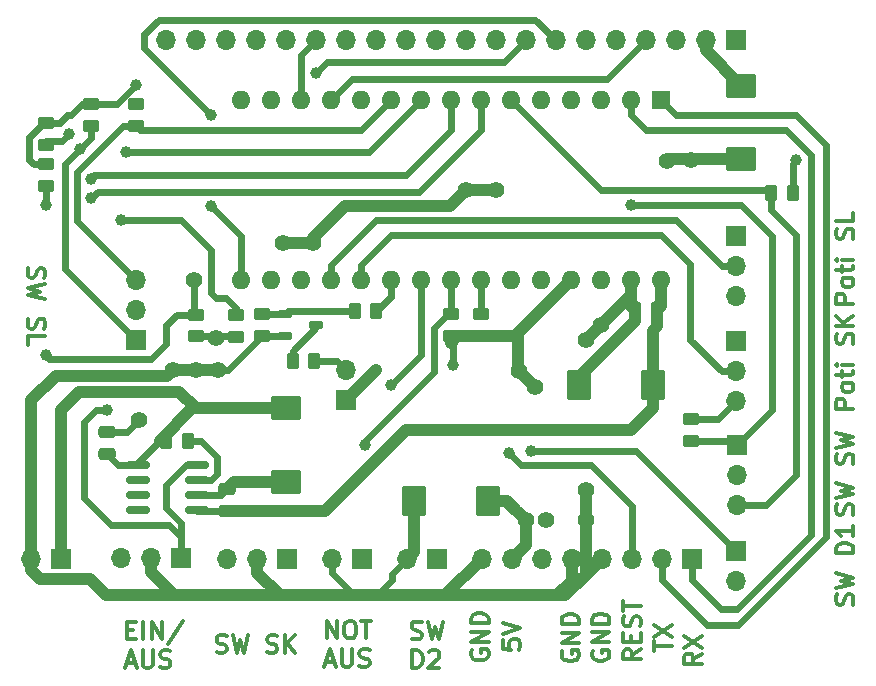
<source format=gbr>
%TF.GenerationSoftware,KiCad,Pcbnew,8.0.4*%
%TF.CreationDate,2025-01-29T09:39:19+01:00*%
%TF.ProjectId,DA_Sender,44415f53-656e-4646-9572-2e6b69636164,rev?*%
%TF.SameCoordinates,Original*%
%TF.FileFunction,Copper,L1,Top*%
%TF.FilePolarity,Positive*%
%FSLAX46Y46*%
G04 Gerber Fmt 4.6, Leading zero omitted, Abs format (unit mm)*
G04 Created by KiCad (PCBNEW 8.0.4) date 2025-01-29 09:39:19*
%MOMM*%
%LPD*%
G01*
G04 APERTURE LIST*
G04 Aperture macros list*
%AMRoundRect*
0 Rectangle with rounded corners*
0 $1 Rounding radius*
0 $2 $3 $4 $5 $6 $7 $8 $9 X,Y pos of 4 corners*
0 Add a 4 corners polygon primitive as box body*
4,1,4,$2,$3,$4,$5,$6,$7,$8,$9,$2,$3,0*
0 Add four circle primitives for the rounded corners*
1,1,$1+$1,$2,$3*
1,1,$1+$1,$4,$5*
1,1,$1+$1,$6,$7*
1,1,$1+$1,$8,$9*
0 Add four rect primitives between the rounded corners*
20,1,$1+$1,$2,$3,$4,$5,0*
20,1,$1+$1,$4,$5,$6,$7,0*
20,1,$1+$1,$6,$7,$8,$9,0*
20,1,$1+$1,$8,$9,$2,$3,0*%
G04 Aperture macros list end*
%ADD10C,0.300000*%
%TA.AperFunction,NonConductor*%
%ADD11C,0.300000*%
%TD*%
%TA.AperFunction,SMDPad,CuDef*%
%ADD12RoundRect,0.250000X0.450000X-0.262500X0.450000X0.262500X-0.450000X0.262500X-0.450000X-0.262500X0*%
%TD*%
%TA.AperFunction,SMDPad,CuDef*%
%ADD13RoundRect,0.250000X0.475000X-0.250000X0.475000X0.250000X-0.475000X0.250000X-0.475000X-0.250000X0*%
%TD*%
%TA.AperFunction,SMDPad,CuDef*%
%ADD14RoundRect,0.250000X0.787500X1.025000X-0.787500X1.025000X-0.787500X-1.025000X0.787500X-1.025000X0*%
%TD*%
%TA.AperFunction,SMDPad,CuDef*%
%ADD15RoundRect,0.250000X-0.450000X0.262500X-0.450000X-0.262500X0.450000X-0.262500X0.450000X0.262500X0*%
%TD*%
%TA.AperFunction,SMDPad,CuDef*%
%ADD16RoundRect,0.250000X-0.262500X-0.450000X0.262500X-0.450000X0.262500X0.450000X-0.262500X0.450000X0*%
%TD*%
%TA.AperFunction,ComponentPad*%
%ADD17R,1.700000X1.700000*%
%TD*%
%TA.AperFunction,ComponentPad*%
%ADD18O,1.700000X1.700000*%
%TD*%
%TA.AperFunction,ComponentPad*%
%ADD19R,1.600000X1.600000*%
%TD*%
%TA.AperFunction,ComponentPad*%
%ADD20O,1.600000X1.600000*%
%TD*%
%TA.AperFunction,SMDPad,CuDef*%
%ADD21RoundRect,0.162500X-0.447500X-0.162500X0.447500X-0.162500X0.447500X0.162500X-0.447500X0.162500X0*%
%TD*%
%TA.AperFunction,SMDPad,CuDef*%
%ADD22RoundRect,0.250000X-1.025000X0.787500X-1.025000X-0.787500X1.025000X-0.787500X1.025000X0.787500X0*%
%TD*%
%TA.AperFunction,SMDPad,CuDef*%
%ADD23RoundRect,0.250000X0.262500X0.450000X-0.262500X0.450000X-0.262500X-0.450000X0.262500X-0.450000X0*%
%TD*%
%TA.AperFunction,SMDPad,CuDef*%
%ADD24RoundRect,0.150000X0.825000X0.150000X-0.825000X0.150000X-0.825000X-0.150000X0.825000X-0.150000X0*%
%TD*%
%TA.AperFunction,SMDPad,CuDef*%
%ADD25RoundRect,0.250000X0.250000X0.475000X-0.250000X0.475000X-0.250000X-0.475000X0.250000X-0.475000X0*%
%TD*%
%TA.AperFunction,ViaPad*%
%ADD26C,1.000000*%
%TD*%
%TA.AperFunction,ViaPad*%
%ADD27C,1.400000*%
%TD*%
%TA.AperFunction,Conductor*%
%ADD28C,0.600000*%
%TD*%
%TA.AperFunction,Conductor*%
%ADD29C,1.000000*%
%TD*%
G04 APERTURE END LIST*
D10*
D11*
X114096161Y-90406393D02*
X114024732Y-90620679D01*
X114024732Y-90620679D02*
X114024732Y-90977821D01*
X114024732Y-90977821D02*
X114096161Y-91120679D01*
X114096161Y-91120679D02*
X114167589Y-91192107D01*
X114167589Y-91192107D02*
X114310446Y-91263536D01*
X114310446Y-91263536D02*
X114453303Y-91263536D01*
X114453303Y-91263536D02*
X114596161Y-91192107D01*
X114596161Y-91192107D02*
X114667589Y-91120679D01*
X114667589Y-91120679D02*
X114739018Y-90977821D01*
X114739018Y-90977821D02*
X114810446Y-90692107D01*
X114810446Y-90692107D02*
X114881875Y-90549250D01*
X114881875Y-90549250D02*
X114953303Y-90477821D01*
X114953303Y-90477821D02*
X115096161Y-90406393D01*
X115096161Y-90406393D02*
X115239018Y-90406393D01*
X115239018Y-90406393D02*
X115381875Y-90477821D01*
X115381875Y-90477821D02*
X115453303Y-90549250D01*
X115453303Y-90549250D02*
X115524732Y-90692107D01*
X115524732Y-90692107D02*
X115524732Y-91049250D01*
X115524732Y-91049250D02*
X115453303Y-91263536D01*
X115524732Y-91763535D02*
X114024732Y-92120678D01*
X114024732Y-92120678D02*
X115096161Y-92406392D01*
X115096161Y-92406392D02*
X114024732Y-92692107D01*
X114024732Y-92692107D02*
X115524732Y-93049250D01*
X114096161Y-94692107D02*
X114024732Y-94906393D01*
X114024732Y-94906393D02*
X114024732Y-95263535D01*
X114024732Y-95263535D02*
X114096161Y-95406393D01*
X114096161Y-95406393D02*
X114167589Y-95477821D01*
X114167589Y-95477821D02*
X114310446Y-95549250D01*
X114310446Y-95549250D02*
X114453303Y-95549250D01*
X114453303Y-95549250D02*
X114596161Y-95477821D01*
X114596161Y-95477821D02*
X114667589Y-95406393D01*
X114667589Y-95406393D02*
X114739018Y-95263535D01*
X114739018Y-95263535D02*
X114810446Y-94977821D01*
X114810446Y-94977821D02*
X114881875Y-94834964D01*
X114881875Y-94834964D02*
X114953303Y-94763535D01*
X114953303Y-94763535D02*
X115096161Y-94692107D01*
X115096161Y-94692107D02*
X115239018Y-94692107D01*
X115239018Y-94692107D02*
X115381875Y-94763535D01*
X115381875Y-94763535D02*
X115453303Y-94834964D01*
X115453303Y-94834964D02*
X115524732Y-94977821D01*
X115524732Y-94977821D02*
X115524732Y-95334964D01*
X115524732Y-95334964D02*
X115453303Y-95549250D01*
X114024732Y-96906392D02*
X114024732Y-96192106D01*
X114024732Y-96192106D02*
X115524732Y-96192106D01*
D10*
D11*
X122474510Y-121060198D02*
X122974510Y-121060198D01*
X123188796Y-121845912D02*
X122474510Y-121845912D01*
X122474510Y-121845912D02*
X122474510Y-120345912D01*
X122474510Y-120345912D02*
X123188796Y-120345912D01*
X123831653Y-121845912D02*
X123831653Y-120345912D01*
X124545939Y-121845912D02*
X124545939Y-120345912D01*
X124545939Y-120345912D02*
X125403082Y-121845912D01*
X125403082Y-121845912D02*
X125403082Y-120345912D01*
X127188797Y-120274484D02*
X125903083Y-122203055D01*
X122403082Y-123832257D02*
X123117368Y-123832257D01*
X122260225Y-124260828D02*
X122760225Y-122760828D01*
X122760225Y-122760828D02*
X123260225Y-124260828D01*
X123760224Y-122760828D02*
X123760224Y-123975114D01*
X123760224Y-123975114D02*
X123831653Y-124117971D01*
X123831653Y-124117971D02*
X123903082Y-124189400D01*
X123903082Y-124189400D02*
X124045939Y-124260828D01*
X124045939Y-124260828D02*
X124331653Y-124260828D01*
X124331653Y-124260828D02*
X124474510Y-124189400D01*
X124474510Y-124189400D02*
X124545939Y-124117971D01*
X124545939Y-124117971D02*
X124617367Y-123975114D01*
X124617367Y-123975114D02*
X124617367Y-122760828D01*
X125260225Y-124189400D02*
X125474511Y-124260828D01*
X125474511Y-124260828D02*
X125831653Y-124260828D01*
X125831653Y-124260828D02*
X125974511Y-124189400D01*
X125974511Y-124189400D02*
X126045939Y-124117971D01*
X126045939Y-124117971D02*
X126117368Y-123975114D01*
X126117368Y-123975114D02*
X126117368Y-123832257D01*
X126117368Y-123832257D02*
X126045939Y-123689400D01*
X126045939Y-123689400D02*
X125974511Y-123617971D01*
X125974511Y-123617971D02*
X125831653Y-123546542D01*
X125831653Y-123546542D02*
X125545939Y-123475114D01*
X125545939Y-123475114D02*
X125403082Y-123403685D01*
X125403082Y-123403685D02*
X125331653Y-123332257D01*
X125331653Y-123332257D02*
X125260225Y-123189400D01*
X125260225Y-123189400D02*
X125260225Y-123046542D01*
X125260225Y-123046542D02*
X125331653Y-122903685D01*
X125331653Y-122903685D02*
X125403082Y-122832257D01*
X125403082Y-122832257D02*
X125545939Y-122760828D01*
X125545939Y-122760828D02*
X125903082Y-122760828D01*
X125903082Y-122760828D02*
X126117368Y-122832257D01*
D10*
D11*
X130023082Y-122919400D02*
X130237368Y-122990828D01*
X130237368Y-122990828D02*
X130594510Y-122990828D01*
X130594510Y-122990828D02*
X130737368Y-122919400D01*
X130737368Y-122919400D02*
X130808796Y-122847971D01*
X130808796Y-122847971D02*
X130880225Y-122705114D01*
X130880225Y-122705114D02*
X130880225Y-122562257D01*
X130880225Y-122562257D02*
X130808796Y-122419400D01*
X130808796Y-122419400D02*
X130737368Y-122347971D01*
X130737368Y-122347971D02*
X130594510Y-122276542D01*
X130594510Y-122276542D02*
X130308796Y-122205114D01*
X130308796Y-122205114D02*
X130165939Y-122133685D01*
X130165939Y-122133685D02*
X130094510Y-122062257D01*
X130094510Y-122062257D02*
X130023082Y-121919400D01*
X130023082Y-121919400D02*
X130023082Y-121776542D01*
X130023082Y-121776542D02*
X130094510Y-121633685D01*
X130094510Y-121633685D02*
X130165939Y-121562257D01*
X130165939Y-121562257D02*
X130308796Y-121490828D01*
X130308796Y-121490828D02*
X130665939Y-121490828D01*
X130665939Y-121490828D02*
X130880225Y-121562257D01*
X131380224Y-121490828D02*
X131737367Y-122990828D01*
X131737367Y-122990828D02*
X132023081Y-121919400D01*
X132023081Y-121919400D02*
X132308796Y-122990828D01*
X132308796Y-122990828D02*
X132665939Y-121490828D01*
X134308796Y-122919400D02*
X134523082Y-122990828D01*
X134523082Y-122990828D02*
X134880224Y-122990828D01*
X134880224Y-122990828D02*
X135023082Y-122919400D01*
X135023082Y-122919400D02*
X135094510Y-122847971D01*
X135094510Y-122847971D02*
X135165939Y-122705114D01*
X135165939Y-122705114D02*
X135165939Y-122562257D01*
X135165939Y-122562257D02*
X135094510Y-122419400D01*
X135094510Y-122419400D02*
X135023082Y-122347971D01*
X135023082Y-122347971D02*
X134880224Y-122276542D01*
X134880224Y-122276542D02*
X134594510Y-122205114D01*
X134594510Y-122205114D02*
X134451653Y-122133685D01*
X134451653Y-122133685D02*
X134380224Y-122062257D01*
X134380224Y-122062257D02*
X134308796Y-121919400D01*
X134308796Y-121919400D02*
X134308796Y-121776542D01*
X134308796Y-121776542D02*
X134380224Y-121633685D01*
X134380224Y-121633685D02*
X134451653Y-121562257D01*
X134451653Y-121562257D02*
X134594510Y-121490828D01*
X134594510Y-121490828D02*
X134951653Y-121490828D01*
X134951653Y-121490828D02*
X135165939Y-121562257D01*
X135808795Y-122990828D02*
X135808795Y-121490828D01*
X136665938Y-122990828D02*
X136023081Y-122133685D01*
X136665938Y-121490828D02*
X135808795Y-122347971D01*
D10*
D11*
X171095940Y-123048346D02*
X170381654Y-123548346D01*
X171095940Y-123905489D02*
X169595940Y-123905489D01*
X169595940Y-123905489D02*
X169595940Y-123334060D01*
X169595940Y-123334060D02*
X169667369Y-123191203D01*
X169667369Y-123191203D02*
X169738797Y-123119774D01*
X169738797Y-123119774D02*
X169881654Y-123048346D01*
X169881654Y-123048346D02*
X170095940Y-123048346D01*
X170095940Y-123048346D02*
X170238797Y-123119774D01*
X170238797Y-123119774D02*
X170310226Y-123191203D01*
X170310226Y-123191203D02*
X170381654Y-123334060D01*
X170381654Y-123334060D02*
X170381654Y-123905489D01*
X169595940Y-122548346D02*
X171095940Y-121548346D01*
X169595940Y-121548346D02*
X171095940Y-122548346D01*
D10*
D11*
X167081936Y-122849774D02*
X167081936Y-121992632D01*
X168581936Y-122421203D02*
X167081936Y-122421203D01*
X167081936Y-121635489D02*
X168581936Y-120635489D01*
X167081936Y-120635489D02*
X168581936Y-121635489D01*
D10*
D11*
X165923967Y-122680221D02*
X165209681Y-123180221D01*
X165923967Y-123537364D02*
X164423967Y-123537364D01*
X164423967Y-123537364D02*
X164423967Y-122965935D01*
X164423967Y-122965935D02*
X164495396Y-122823078D01*
X164495396Y-122823078D02*
X164566824Y-122751649D01*
X164566824Y-122751649D02*
X164709681Y-122680221D01*
X164709681Y-122680221D02*
X164923967Y-122680221D01*
X164923967Y-122680221D02*
X165066824Y-122751649D01*
X165066824Y-122751649D02*
X165138253Y-122823078D01*
X165138253Y-122823078D02*
X165209681Y-122965935D01*
X165209681Y-122965935D02*
X165209681Y-123537364D01*
X165138253Y-122037364D02*
X165138253Y-121537364D01*
X165923967Y-121323078D02*
X165923967Y-122037364D01*
X165923967Y-122037364D02*
X164423967Y-122037364D01*
X164423967Y-122037364D02*
X164423967Y-121323078D01*
X165852539Y-120751649D02*
X165923967Y-120537364D01*
X165923967Y-120537364D02*
X165923967Y-120180221D01*
X165923967Y-120180221D02*
X165852539Y-120037364D01*
X165852539Y-120037364D02*
X165781110Y-119965935D01*
X165781110Y-119965935D02*
X165638253Y-119894506D01*
X165638253Y-119894506D02*
X165495396Y-119894506D01*
X165495396Y-119894506D02*
X165352539Y-119965935D01*
X165352539Y-119965935D02*
X165281110Y-120037364D01*
X165281110Y-120037364D02*
X165209681Y-120180221D01*
X165209681Y-120180221D02*
X165138253Y-120465935D01*
X165138253Y-120465935D02*
X165066824Y-120608792D01*
X165066824Y-120608792D02*
X164995396Y-120680221D01*
X164995396Y-120680221D02*
X164852539Y-120751649D01*
X164852539Y-120751649D02*
X164709681Y-120751649D01*
X164709681Y-120751649D02*
X164566824Y-120680221D01*
X164566824Y-120680221D02*
X164495396Y-120608792D01*
X164495396Y-120608792D02*
X164423967Y-120465935D01*
X164423967Y-120465935D02*
X164423967Y-120108792D01*
X164423967Y-120108792D02*
X164495396Y-119894506D01*
X164423967Y-119465935D02*
X164423967Y-118608793D01*
X165923967Y-119037364D02*
X164423967Y-119037364D01*
D10*
D11*
X161862893Y-122824775D02*
X161791464Y-122967633D01*
X161791464Y-122967633D02*
X161791464Y-123181918D01*
X161791464Y-123181918D02*
X161862893Y-123396204D01*
X161862893Y-123396204D02*
X162005750Y-123539061D01*
X162005750Y-123539061D02*
X162148607Y-123610490D01*
X162148607Y-123610490D02*
X162434321Y-123681918D01*
X162434321Y-123681918D02*
X162648607Y-123681918D01*
X162648607Y-123681918D02*
X162934321Y-123610490D01*
X162934321Y-123610490D02*
X163077178Y-123539061D01*
X163077178Y-123539061D02*
X163220036Y-123396204D01*
X163220036Y-123396204D02*
X163291464Y-123181918D01*
X163291464Y-123181918D02*
X163291464Y-123039061D01*
X163291464Y-123039061D02*
X163220036Y-122824775D01*
X163220036Y-122824775D02*
X163148607Y-122753347D01*
X163148607Y-122753347D02*
X162648607Y-122753347D01*
X162648607Y-122753347D02*
X162648607Y-123039061D01*
X163291464Y-122110490D02*
X161791464Y-122110490D01*
X161791464Y-122110490D02*
X163291464Y-121253347D01*
X163291464Y-121253347D02*
X161791464Y-121253347D01*
X163291464Y-120539061D02*
X161791464Y-120539061D01*
X161791464Y-120539061D02*
X161791464Y-120181918D01*
X161791464Y-120181918D02*
X161862893Y-119967632D01*
X161862893Y-119967632D02*
X162005750Y-119824775D01*
X162005750Y-119824775D02*
X162148607Y-119753346D01*
X162148607Y-119753346D02*
X162434321Y-119681918D01*
X162434321Y-119681918D02*
X162648607Y-119681918D01*
X162648607Y-119681918D02*
X162934321Y-119753346D01*
X162934321Y-119753346D02*
X163077178Y-119824775D01*
X163077178Y-119824775D02*
X163220036Y-119967632D01*
X163220036Y-119967632D02*
X163291464Y-120181918D01*
X163291464Y-120181918D02*
X163291464Y-120539061D01*
D10*
D11*
X159303516Y-122849150D02*
X159232087Y-122992008D01*
X159232087Y-122992008D02*
X159232087Y-123206293D01*
X159232087Y-123206293D02*
X159303516Y-123420579D01*
X159303516Y-123420579D02*
X159446373Y-123563436D01*
X159446373Y-123563436D02*
X159589230Y-123634865D01*
X159589230Y-123634865D02*
X159874944Y-123706293D01*
X159874944Y-123706293D02*
X160089230Y-123706293D01*
X160089230Y-123706293D02*
X160374944Y-123634865D01*
X160374944Y-123634865D02*
X160517801Y-123563436D01*
X160517801Y-123563436D02*
X160660659Y-123420579D01*
X160660659Y-123420579D02*
X160732087Y-123206293D01*
X160732087Y-123206293D02*
X160732087Y-123063436D01*
X160732087Y-123063436D02*
X160660659Y-122849150D01*
X160660659Y-122849150D02*
X160589230Y-122777722D01*
X160589230Y-122777722D02*
X160089230Y-122777722D01*
X160089230Y-122777722D02*
X160089230Y-123063436D01*
X160732087Y-122134865D02*
X159232087Y-122134865D01*
X159232087Y-122134865D02*
X160732087Y-121277722D01*
X160732087Y-121277722D02*
X159232087Y-121277722D01*
X160732087Y-120563436D02*
X159232087Y-120563436D01*
X159232087Y-120563436D02*
X159232087Y-120206293D01*
X159232087Y-120206293D02*
X159303516Y-119992007D01*
X159303516Y-119992007D02*
X159446373Y-119849150D01*
X159446373Y-119849150D02*
X159589230Y-119777721D01*
X159589230Y-119777721D02*
X159874944Y-119706293D01*
X159874944Y-119706293D02*
X160089230Y-119706293D01*
X160089230Y-119706293D02*
X160374944Y-119777721D01*
X160374944Y-119777721D02*
X160517801Y-119849150D01*
X160517801Y-119849150D02*
X160660659Y-119992007D01*
X160660659Y-119992007D02*
X160732087Y-120206293D01*
X160732087Y-120206293D02*
X160732087Y-120563436D01*
D10*
D11*
X154235206Y-121921202D02*
X154235206Y-122635488D01*
X154235206Y-122635488D02*
X154949492Y-122706916D01*
X154949492Y-122706916D02*
X154878063Y-122635488D01*
X154878063Y-122635488D02*
X154806635Y-122492631D01*
X154806635Y-122492631D02*
X154806635Y-122135488D01*
X154806635Y-122135488D02*
X154878063Y-121992631D01*
X154878063Y-121992631D02*
X154949492Y-121921202D01*
X154949492Y-121921202D02*
X155092349Y-121849773D01*
X155092349Y-121849773D02*
X155449492Y-121849773D01*
X155449492Y-121849773D02*
X155592349Y-121921202D01*
X155592349Y-121921202D02*
X155663778Y-121992631D01*
X155663778Y-121992631D02*
X155735206Y-122135488D01*
X155735206Y-122135488D02*
X155735206Y-122492631D01*
X155735206Y-122492631D02*
X155663778Y-122635488D01*
X155663778Y-122635488D02*
X155592349Y-122706916D01*
X154235206Y-121421202D02*
X155735206Y-120921202D01*
X155735206Y-120921202D02*
X154235206Y-120421202D01*
D10*
D11*
X151625382Y-122776024D02*
X151553953Y-122918882D01*
X151553953Y-122918882D02*
X151553953Y-123133167D01*
X151553953Y-123133167D02*
X151625382Y-123347453D01*
X151625382Y-123347453D02*
X151768239Y-123490310D01*
X151768239Y-123490310D02*
X151911096Y-123561739D01*
X151911096Y-123561739D02*
X152196810Y-123633167D01*
X152196810Y-123633167D02*
X152411096Y-123633167D01*
X152411096Y-123633167D02*
X152696810Y-123561739D01*
X152696810Y-123561739D02*
X152839667Y-123490310D01*
X152839667Y-123490310D02*
X152982525Y-123347453D01*
X152982525Y-123347453D02*
X153053953Y-123133167D01*
X153053953Y-123133167D02*
X153053953Y-122990310D01*
X153053953Y-122990310D02*
X152982525Y-122776024D01*
X152982525Y-122776024D02*
X152911096Y-122704596D01*
X152911096Y-122704596D02*
X152411096Y-122704596D01*
X152411096Y-122704596D02*
X152411096Y-122990310D01*
X153053953Y-122061739D02*
X151553953Y-122061739D01*
X151553953Y-122061739D02*
X153053953Y-121204596D01*
X153053953Y-121204596D02*
X151553953Y-121204596D01*
X153053953Y-120490310D02*
X151553953Y-120490310D01*
X151553953Y-120490310D02*
X151553953Y-120133167D01*
X151553953Y-120133167D02*
X151625382Y-119918881D01*
X151625382Y-119918881D02*
X151768239Y-119776024D01*
X151768239Y-119776024D02*
X151911096Y-119704595D01*
X151911096Y-119704595D02*
X152196810Y-119633167D01*
X152196810Y-119633167D02*
X152411096Y-119633167D01*
X152411096Y-119633167D02*
X152696810Y-119704595D01*
X152696810Y-119704595D02*
X152839667Y-119776024D01*
X152839667Y-119776024D02*
X152982525Y-119918881D01*
X152982525Y-119918881D02*
X153053953Y-120133167D01*
X153053953Y-120133167D02*
X153053953Y-120490310D01*
D10*
D11*
X146533082Y-121774484D02*
X146747368Y-121845912D01*
X146747368Y-121845912D02*
X147104510Y-121845912D01*
X147104510Y-121845912D02*
X147247368Y-121774484D01*
X147247368Y-121774484D02*
X147318796Y-121703055D01*
X147318796Y-121703055D02*
X147390225Y-121560198D01*
X147390225Y-121560198D02*
X147390225Y-121417341D01*
X147390225Y-121417341D02*
X147318796Y-121274484D01*
X147318796Y-121274484D02*
X147247368Y-121203055D01*
X147247368Y-121203055D02*
X147104510Y-121131626D01*
X147104510Y-121131626D02*
X146818796Y-121060198D01*
X146818796Y-121060198D02*
X146675939Y-120988769D01*
X146675939Y-120988769D02*
X146604510Y-120917341D01*
X146604510Y-120917341D02*
X146533082Y-120774484D01*
X146533082Y-120774484D02*
X146533082Y-120631626D01*
X146533082Y-120631626D02*
X146604510Y-120488769D01*
X146604510Y-120488769D02*
X146675939Y-120417341D01*
X146675939Y-120417341D02*
X146818796Y-120345912D01*
X146818796Y-120345912D02*
X147175939Y-120345912D01*
X147175939Y-120345912D02*
X147390225Y-120417341D01*
X147890224Y-120345912D02*
X148247367Y-121845912D01*
X148247367Y-121845912D02*
X148533081Y-120774484D01*
X148533081Y-120774484D02*
X148818796Y-121845912D01*
X148818796Y-121845912D02*
X149175939Y-120345912D01*
X146604510Y-124260828D02*
X146604510Y-122760828D01*
X146604510Y-122760828D02*
X146961653Y-122760828D01*
X146961653Y-122760828D02*
X147175939Y-122832257D01*
X147175939Y-122832257D02*
X147318796Y-122975114D01*
X147318796Y-122975114D02*
X147390225Y-123117971D01*
X147390225Y-123117971D02*
X147461653Y-123403685D01*
X147461653Y-123403685D02*
X147461653Y-123617971D01*
X147461653Y-123617971D02*
X147390225Y-123903685D01*
X147390225Y-123903685D02*
X147318796Y-124046542D01*
X147318796Y-124046542D02*
X147175939Y-124189400D01*
X147175939Y-124189400D02*
X146961653Y-124260828D01*
X146961653Y-124260828D02*
X146604510Y-124260828D01*
X148033082Y-122903685D02*
X148104510Y-122832257D01*
X148104510Y-122832257D02*
X148247368Y-122760828D01*
X148247368Y-122760828D02*
X148604510Y-122760828D01*
X148604510Y-122760828D02*
X148747368Y-122832257D01*
X148747368Y-122832257D02*
X148818796Y-122903685D01*
X148818796Y-122903685D02*
X148890225Y-123046542D01*
X148890225Y-123046542D02*
X148890225Y-123189400D01*
X148890225Y-123189400D02*
X148818796Y-123403685D01*
X148818796Y-123403685D02*
X147961653Y-124260828D01*
X147961653Y-124260828D02*
X148890225Y-124260828D01*
D10*
D11*
X139337916Y-121771262D02*
X139337916Y-120271262D01*
X139337916Y-120271262D02*
X140195059Y-121771262D01*
X140195059Y-121771262D02*
X140195059Y-120271262D01*
X141195060Y-120271262D02*
X141480774Y-120271262D01*
X141480774Y-120271262D02*
X141623631Y-120342691D01*
X141623631Y-120342691D02*
X141766488Y-120485548D01*
X141766488Y-120485548D02*
X141837917Y-120771262D01*
X141837917Y-120771262D02*
X141837917Y-121271262D01*
X141837917Y-121271262D02*
X141766488Y-121556976D01*
X141766488Y-121556976D02*
X141623631Y-121699834D01*
X141623631Y-121699834D02*
X141480774Y-121771262D01*
X141480774Y-121771262D02*
X141195060Y-121771262D01*
X141195060Y-121771262D02*
X141052203Y-121699834D01*
X141052203Y-121699834D02*
X140909345Y-121556976D01*
X140909345Y-121556976D02*
X140837917Y-121271262D01*
X140837917Y-121271262D02*
X140837917Y-120771262D01*
X140837917Y-120771262D02*
X140909345Y-120485548D01*
X140909345Y-120485548D02*
X141052203Y-120342691D01*
X141052203Y-120342691D02*
X141195060Y-120271262D01*
X142266489Y-120271262D02*
X143123632Y-120271262D01*
X142695060Y-121771262D02*
X142695060Y-120271262D01*
X139266488Y-123757607D02*
X139980774Y-123757607D01*
X139123631Y-124186178D02*
X139623631Y-122686178D01*
X139623631Y-122686178D02*
X140123631Y-124186178D01*
X140623630Y-122686178D02*
X140623630Y-123900464D01*
X140623630Y-123900464D02*
X140695059Y-124043321D01*
X140695059Y-124043321D02*
X140766488Y-124114750D01*
X140766488Y-124114750D02*
X140909345Y-124186178D01*
X140909345Y-124186178D02*
X141195059Y-124186178D01*
X141195059Y-124186178D02*
X141337916Y-124114750D01*
X141337916Y-124114750D02*
X141409345Y-124043321D01*
X141409345Y-124043321D02*
X141480773Y-123900464D01*
X141480773Y-123900464D02*
X141480773Y-122686178D01*
X142123631Y-124114750D02*
X142337917Y-124186178D01*
X142337917Y-124186178D02*
X142695059Y-124186178D01*
X142695059Y-124186178D02*
X142837917Y-124114750D01*
X142837917Y-124114750D02*
X142909345Y-124043321D01*
X142909345Y-124043321D02*
X142980774Y-123900464D01*
X142980774Y-123900464D02*
X142980774Y-123757607D01*
X142980774Y-123757607D02*
X142909345Y-123614750D01*
X142909345Y-123614750D02*
X142837917Y-123543321D01*
X142837917Y-123543321D02*
X142695059Y-123471892D01*
X142695059Y-123471892D02*
X142409345Y-123400464D01*
X142409345Y-123400464D02*
X142266488Y-123329035D01*
X142266488Y-123329035D02*
X142195059Y-123257607D01*
X142195059Y-123257607D02*
X142123631Y-123114750D01*
X142123631Y-123114750D02*
X142123631Y-122971892D01*
X142123631Y-122971892D02*
X142195059Y-122829035D01*
X142195059Y-122829035D02*
X142266488Y-122757607D01*
X142266488Y-122757607D02*
X142409345Y-122686178D01*
X142409345Y-122686178D02*
X142766488Y-122686178D01*
X142766488Y-122686178D02*
X142980774Y-122757607D01*
D10*
D11*
X183879400Y-118896917D02*
X183950828Y-118682632D01*
X183950828Y-118682632D02*
X183950828Y-118325489D01*
X183950828Y-118325489D02*
X183879400Y-118182632D01*
X183879400Y-118182632D02*
X183807971Y-118111203D01*
X183807971Y-118111203D02*
X183665114Y-118039774D01*
X183665114Y-118039774D02*
X183522257Y-118039774D01*
X183522257Y-118039774D02*
X183379400Y-118111203D01*
X183379400Y-118111203D02*
X183307971Y-118182632D01*
X183307971Y-118182632D02*
X183236542Y-118325489D01*
X183236542Y-118325489D02*
X183165114Y-118611203D01*
X183165114Y-118611203D02*
X183093685Y-118754060D01*
X183093685Y-118754060D02*
X183022257Y-118825489D01*
X183022257Y-118825489D02*
X182879400Y-118896917D01*
X182879400Y-118896917D02*
X182736542Y-118896917D01*
X182736542Y-118896917D02*
X182593685Y-118825489D01*
X182593685Y-118825489D02*
X182522257Y-118754060D01*
X182522257Y-118754060D02*
X182450828Y-118611203D01*
X182450828Y-118611203D02*
X182450828Y-118254060D01*
X182450828Y-118254060D02*
X182522257Y-118039774D01*
X182450828Y-117539775D02*
X183950828Y-117182632D01*
X183950828Y-117182632D02*
X182879400Y-116896918D01*
X182879400Y-116896918D02*
X183950828Y-116611203D01*
X183950828Y-116611203D02*
X182450828Y-116254061D01*
X183950828Y-114539775D02*
X182450828Y-114539775D01*
X182450828Y-114539775D02*
X182450828Y-114182632D01*
X182450828Y-114182632D02*
X182522257Y-113968346D01*
X182522257Y-113968346D02*
X182665114Y-113825489D01*
X182665114Y-113825489D02*
X182807971Y-113754060D01*
X182807971Y-113754060D02*
X183093685Y-113682632D01*
X183093685Y-113682632D02*
X183307971Y-113682632D01*
X183307971Y-113682632D02*
X183593685Y-113754060D01*
X183593685Y-113754060D02*
X183736542Y-113825489D01*
X183736542Y-113825489D02*
X183879400Y-113968346D01*
X183879400Y-113968346D02*
X183950828Y-114182632D01*
X183950828Y-114182632D02*
X183950828Y-114539775D01*
X183950828Y-112254060D02*
X183950828Y-113111203D01*
X183950828Y-112682632D02*
X182450828Y-112682632D01*
X182450828Y-112682632D02*
X182665114Y-112825489D01*
X182665114Y-112825489D02*
X182807971Y-112968346D01*
X182807971Y-112968346D02*
X182879400Y-113111203D01*
D10*
D11*
X183879400Y-111276917D02*
X183950828Y-111062632D01*
X183950828Y-111062632D02*
X183950828Y-110705489D01*
X183950828Y-110705489D02*
X183879400Y-110562632D01*
X183879400Y-110562632D02*
X183807971Y-110491203D01*
X183807971Y-110491203D02*
X183665114Y-110419774D01*
X183665114Y-110419774D02*
X183522257Y-110419774D01*
X183522257Y-110419774D02*
X183379400Y-110491203D01*
X183379400Y-110491203D02*
X183307971Y-110562632D01*
X183307971Y-110562632D02*
X183236542Y-110705489D01*
X183236542Y-110705489D02*
X183165114Y-110991203D01*
X183165114Y-110991203D02*
X183093685Y-111134060D01*
X183093685Y-111134060D02*
X183022257Y-111205489D01*
X183022257Y-111205489D02*
X182879400Y-111276917D01*
X182879400Y-111276917D02*
X182736542Y-111276917D01*
X182736542Y-111276917D02*
X182593685Y-111205489D01*
X182593685Y-111205489D02*
X182522257Y-111134060D01*
X182522257Y-111134060D02*
X182450828Y-110991203D01*
X182450828Y-110991203D02*
X182450828Y-110634060D01*
X182450828Y-110634060D02*
X182522257Y-110419774D01*
X182450828Y-109919775D02*
X183950828Y-109562632D01*
X183950828Y-109562632D02*
X182879400Y-109276918D01*
X182879400Y-109276918D02*
X183950828Y-108991203D01*
X183950828Y-108991203D02*
X182450828Y-108634061D01*
X183879400Y-106991203D02*
X183950828Y-106776918D01*
X183950828Y-106776918D02*
X183950828Y-106419775D01*
X183950828Y-106419775D02*
X183879400Y-106276918D01*
X183879400Y-106276918D02*
X183807971Y-106205489D01*
X183807971Y-106205489D02*
X183665114Y-106134060D01*
X183665114Y-106134060D02*
X183522257Y-106134060D01*
X183522257Y-106134060D02*
X183379400Y-106205489D01*
X183379400Y-106205489D02*
X183307971Y-106276918D01*
X183307971Y-106276918D02*
X183236542Y-106419775D01*
X183236542Y-106419775D02*
X183165114Y-106705489D01*
X183165114Y-106705489D02*
X183093685Y-106848346D01*
X183093685Y-106848346D02*
X183022257Y-106919775D01*
X183022257Y-106919775D02*
X182879400Y-106991203D01*
X182879400Y-106991203D02*
X182736542Y-106991203D01*
X182736542Y-106991203D02*
X182593685Y-106919775D01*
X182593685Y-106919775D02*
X182522257Y-106848346D01*
X182522257Y-106848346D02*
X182450828Y-106705489D01*
X182450828Y-106705489D02*
X182450828Y-106348346D01*
X182450828Y-106348346D02*
X182522257Y-106134060D01*
X182450828Y-105634061D02*
X183950828Y-105276918D01*
X183950828Y-105276918D02*
X182879400Y-104991204D01*
X182879400Y-104991204D02*
X183950828Y-104705489D01*
X183950828Y-104705489D02*
X182450828Y-104348347D01*
D10*
D11*
X183950828Y-102315489D02*
X182450828Y-102315489D01*
X182450828Y-102315489D02*
X182450828Y-101744060D01*
X182450828Y-101744060D02*
X182522257Y-101601203D01*
X182522257Y-101601203D02*
X182593685Y-101529774D01*
X182593685Y-101529774D02*
X182736542Y-101458346D01*
X182736542Y-101458346D02*
X182950828Y-101458346D01*
X182950828Y-101458346D02*
X183093685Y-101529774D01*
X183093685Y-101529774D02*
X183165114Y-101601203D01*
X183165114Y-101601203D02*
X183236542Y-101744060D01*
X183236542Y-101744060D02*
X183236542Y-102315489D01*
X183950828Y-100601203D02*
X183879400Y-100744060D01*
X183879400Y-100744060D02*
X183807971Y-100815489D01*
X183807971Y-100815489D02*
X183665114Y-100886917D01*
X183665114Y-100886917D02*
X183236542Y-100886917D01*
X183236542Y-100886917D02*
X183093685Y-100815489D01*
X183093685Y-100815489D02*
X183022257Y-100744060D01*
X183022257Y-100744060D02*
X182950828Y-100601203D01*
X182950828Y-100601203D02*
X182950828Y-100386917D01*
X182950828Y-100386917D02*
X183022257Y-100244060D01*
X183022257Y-100244060D02*
X183093685Y-100172632D01*
X183093685Y-100172632D02*
X183236542Y-100101203D01*
X183236542Y-100101203D02*
X183665114Y-100101203D01*
X183665114Y-100101203D02*
X183807971Y-100172632D01*
X183807971Y-100172632D02*
X183879400Y-100244060D01*
X183879400Y-100244060D02*
X183950828Y-100386917D01*
X183950828Y-100386917D02*
X183950828Y-100601203D01*
X182950828Y-99672631D02*
X182950828Y-99101203D01*
X182450828Y-99458346D02*
X183736542Y-99458346D01*
X183736542Y-99458346D02*
X183879400Y-99386917D01*
X183879400Y-99386917D02*
X183950828Y-99244060D01*
X183950828Y-99244060D02*
X183950828Y-99101203D01*
X183950828Y-98601203D02*
X182950828Y-98601203D01*
X182450828Y-98601203D02*
X182522257Y-98672631D01*
X182522257Y-98672631D02*
X182593685Y-98601203D01*
X182593685Y-98601203D02*
X182522257Y-98529774D01*
X182522257Y-98529774D02*
X182450828Y-98601203D01*
X182450828Y-98601203D02*
X182593685Y-98601203D01*
X183879400Y-96815488D02*
X183950828Y-96601203D01*
X183950828Y-96601203D02*
X183950828Y-96244060D01*
X183950828Y-96244060D02*
X183879400Y-96101203D01*
X183879400Y-96101203D02*
X183807971Y-96029774D01*
X183807971Y-96029774D02*
X183665114Y-95958345D01*
X183665114Y-95958345D02*
X183522257Y-95958345D01*
X183522257Y-95958345D02*
X183379400Y-96029774D01*
X183379400Y-96029774D02*
X183307971Y-96101203D01*
X183307971Y-96101203D02*
X183236542Y-96244060D01*
X183236542Y-96244060D02*
X183165114Y-96529774D01*
X183165114Y-96529774D02*
X183093685Y-96672631D01*
X183093685Y-96672631D02*
X183022257Y-96744060D01*
X183022257Y-96744060D02*
X182879400Y-96815488D01*
X182879400Y-96815488D02*
X182736542Y-96815488D01*
X182736542Y-96815488D02*
X182593685Y-96744060D01*
X182593685Y-96744060D02*
X182522257Y-96672631D01*
X182522257Y-96672631D02*
X182450828Y-96529774D01*
X182450828Y-96529774D02*
X182450828Y-96172631D01*
X182450828Y-96172631D02*
X182522257Y-95958345D01*
X183950828Y-95315489D02*
X182450828Y-95315489D01*
X183950828Y-94458346D02*
X183093685Y-95101203D01*
X182450828Y-94458346D02*
X183307971Y-95315489D01*
D10*
D11*
X183950828Y-93425489D02*
X182450828Y-93425489D01*
X182450828Y-93425489D02*
X182450828Y-92854060D01*
X182450828Y-92854060D02*
X182522257Y-92711203D01*
X182522257Y-92711203D02*
X182593685Y-92639774D01*
X182593685Y-92639774D02*
X182736542Y-92568346D01*
X182736542Y-92568346D02*
X182950828Y-92568346D01*
X182950828Y-92568346D02*
X183093685Y-92639774D01*
X183093685Y-92639774D02*
X183165114Y-92711203D01*
X183165114Y-92711203D02*
X183236542Y-92854060D01*
X183236542Y-92854060D02*
X183236542Y-93425489D01*
X183950828Y-91711203D02*
X183879400Y-91854060D01*
X183879400Y-91854060D02*
X183807971Y-91925489D01*
X183807971Y-91925489D02*
X183665114Y-91996917D01*
X183665114Y-91996917D02*
X183236542Y-91996917D01*
X183236542Y-91996917D02*
X183093685Y-91925489D01*
X183093685Y-91925489D02*
X183022257Y-91854060D01*
X183022257Y-91854060D02*
X182950828Y-91711203D01*
X182950828Y-91711203D02*
X182950828Y-91496917D01*
X182950828Y-91496917D02*
X183022257Y-91354060D01*
X183022257Y-91354060D02*
X183093685Y-91282632D01*
X183093685Y-91282632D02*
X183236542Y-91211203D01*
X183236542Y-91211203D02*
X183665114Y-91211203D01*
X183665114Y-91211203D02*
X183807971Y-91282632D01*
X183807971Y-91282632D02*
X183879400Y-91354060D01*
X183879400Y-91354060D02*
X183950828Y-91496917D01*
X183950828Y-91496917D02*
X183950828Y-91711203D01*
X182950828Y-90782631D02*
X182950828Y-90211203D01*
X182450828Y-90568346D02*
X183736542Y-90568346D01*
X183736542Y-90568346D02*
X183879400Y-90496917D01*
X183879400Y-90496917D02*
X183950828Y-90354060D01*
X183950828Y-90354060D02*
X183950828Y-90211203D01*
X183950828Y-89711203D02*
X182950828Y-89711203D01*
X182450828Y-89711203D02*
X182522257Y-89782631D01*
X182522257Y-89782631D02*
X182593685Y-89711203D01*
X182593685Y-89711203D02*
X182522257Y-89639774D01*
X182522257Y-89639774D02*
X182450828Y-89711203D01*
X182450828Y-89711203D02*
X182593685Y-89711203D01*
X183879400Y-87925488D02*
X183950828Y-87711203D01*
X183950828Y-87711203D02*
X183950828Y-87354060D01*
X183950828Y-87354060D02*
X183879400Y-87211203D01*
X183879400Y-87211203D02*
X183807971Y-87139774D01*
X183807971Y-87139774D02*
X183665114Y-87068345D01*
X183665114Y-87068345D02*
X183522257Y-87068345D01*
X183522257Y-87068345D02*
X183379400Y-87139774D01*
X183379400Y-87139774D02*
X183307971Y-87211203D01*
X183307971Y-87211203D02*
X183236542Y-87354060D01*
X183236542Y-87354060D02*
X183165114Y-87639774D01*
X183165114Y-87639774D02*
X183093685Y-87782631D01*
X183093685Y-87782631D02*
X183022257Y-87854060D01*
X183022257Y-87854060D02*
X182879400Y-87925488D01*
X182879400Y-87925488D02*
X182736542Y-87925488D01*
X182736542Y-87925488D02*
X182593685Y-87854060D01*
X182593685Y-87854060D02*
X182522257Y-87782631D01*
X182522257Y-87782631D02*
X182450828Y-87639774D01*
X182450828Y-87639774D02*
X182450828Y-87282631D01*
X182450828Y-87282631D02*
X182522257Y-87068345D01*
X183950828Y-85711203D02*
X183950828Y-86425489D01*
X183950828Y-86425489D02*
X182450828Y-86425489D01*
D12*
%TO.P,R4,1*%
%TO.N,Net-(A1-D7)*%
X123190000Y-78382500D03*
%TO.P,R4,2*%
%TO.N,+5VD*%
X123190000Y-76557500D03*
%TD*%
D13*
%TO.P,C3,1*%
%TO.N,Net-(A1-VIN)*%
X130946565Y-110976808D03*
%TO.P,C3,2*%
%TO.N,GND*%
X130946565Y-109076808D03*
%TD*%
D14*
%TO.P,C6,1*%
%TO.N,+5VD*%
X152972500Y-110103448D03*
%TO.P,C6,2*%
%TO.N,GND*%
X146747500Y-110103448D03*
%TD*%
D15*
%TO.P,R11,1*%
%TO.N,Net-(A1-A6)*%
X128270000Y-94343191D03*
%TO.P,R11,2*%
%TO.N,+5VD*%
X128270000Y-96168191D03*
%TD*%
D16*
%TO.P,R12,1*%
%TO.N,Net-(Q1-G)*%
X141730897Y-94060870D03*
%TO.P,R12,2*%
%TO.N,Net-(A1-A2)*%
X143555897Y-94060870D03*
%TD*%
D17*
%TO.P,SW3,1,A*%
%TO.N,Net-(A1-D6)*%
X123190000Y-96520000D03*
D18*
%TO.P,SW3,2,B*%
%TO.N,GND*%
X123190000Y-93980000D03*
%TO.P,SW3,3,C*%
%TO.N,Net-(A1-D7)*%
X123190000Y-91440000D03*
%TD*%
D17*
%TO.P,J4,1,Pin_1*%
%TO.N,+5V*%
X116845000Y-115005000D03*
D18*
%TO.P,J4,2,Pin_2*%
%TO.N,GND*%
X114305000Y-115005000D03*
%TD*%
%TO.P,J2,2,Pin_2*%
%TO.N,GND*%
X139795136Y-115025684D03*
D17*
%TO.P,J2,1,Pin_1*%
%TO.N,Net-(A1-MISO)*%
X142335136Y-115025684D03*
%TD*%
D19*
%TO.P,A1,1,TX1*%
%TO.N,Net-(A1-TX1)*%
X167640000Y-76200000D03*
D20*
%TO.P,A1,2,RX1*%
%TO.N,Net-(A1-RX1)*%
X165100000Y-76200000D03*
%TO.P,A1,3,~{RESET}*%
%TO.N,unconnected-(A1-~{RESET}-Pad3)*%
X162560000Y-76200000D03*
%TO.P,A1,4,GND*%
%TO.N,GND*%
X160020000Y-76200000D03*
%TO.P,A1,5,D2*%
%TO.N,Net-(A1-D2)*%
X157480000Y-76200000D03*
%TO.P,A1,6,D3*%
%TO.N,Net-(A1-D3)*%
X154940000Y-76200000D03*
%TO.P,A1,7,D4*%
%TO.N,Net-(A1-D4)*%
X152400000Y-76200000D03*
%TO.P,A1,8,D5*%
%TO.N,Net-(A1-D5)*%
X149860000Y-76200000D03*
%TO.P,A1,9,D6*%
%TO.N,Net-(A1-D6)*%
X147320000Y-76200000D03*
%TO.P,A1,10,D7*%
%TO.N,Net-(A1-D7)*%
X144780000Y-76200000D03*
%TO.P,A1,11,D8*%
%TO.N,Net-(A1-D8)*%
X142240000Y-76200000D03*
%TO.P,A1,12,D9*%
%TO.N,Net-(A1-D9)*%
X139700000Y-76200000D03*
%TO.P,A1,13,D10*%
%TO.N,Net-(A1-D10)*%
X137160000Y-76200000D03*
%TO.P,A1,14,MOSI*%
%TO.N,Net-(A1-MOSI)*%
X134620000Y-76200000D03*
%TO.P,A1,15,MISO*%
%TO.N,Net-(A1-MISO)*%
X132080000Y-76200000D03*
%TO.P,A1,16,SCK*%
%TO.N,Net-(A1-SCK)*%
X132080000Y-91440000D03*
%TO.P,A1,17,3V3*%
%TO.N,unconnected-(A1-3V3-Pad17)*%
X134620000Y-91440000D03*
%TO.P,A1,18,AREF*%
%TO.N,unconnected-(A1-AREF-Pad18)*%
X137160000Y-91440000D03*
%TO.P,A1,19,A0*%
%TO.N,Net-(A1-A0)*%
X139700000Y-91440000D03*
%TO.P,A1,20,A1*%
%TO.N,Net-(A1-A1)*%
X142240000Y-91440000D03*
%TO.P,A1,21,A2*%
%TO.N,Net-(A1-A2)*%
X144780000Y-91440000D03*
%TO.P,A1,22,A3*%
%TO.N,Reset*%
X147320000Y-91440000D03*
%TO.P,A1,23,SDA/A4*%
%TO.N,Net-(A1-SDA{slash}A4)*%
X149860000Y-91440000D03*
%TO.P,A1,24,SCL/A5*%
%TO.N,Net-(A1-SCL{slash}A5)*%
X152400000Y-91440000D03*
%TO.P,A1,25,A6*%
%TO.N,Net-(A1-A6)*%
X154940000Y-91440000D03*
%TO.P,A1,26,A7*%
%TO.N,Net-(A1-A7)*%
X157480000Y-91440000D03*
%TO.P,A1,27,+5V*%
%TO.N,+5VD*%
X160020000Y-91440000D03*
%TO.P,A1,28,~{RESET}*%
%TO.N,unconnected-(A1-~{RESET}-Pad28)*%
X162560000Y-91440000D03*
%TO.P,A1,29,GND*%
%TO.N,GND*%
X165100000Y-91440000D03*
%TO.P,A1,30,VIN*%
%TO.N,Net-(A1-VIN)*%
X167640000Y-91440000D03*
%TD*%
D21*
%TO.P,Q1,1,G*%
%TO.N,Net-(Q1-G)*%
X135850000Y-94300000D03*
%TO.P,Q1,2,S*%
%TO.N,GND*%
X135850000Y-96200000D03*
%TO.P,Q1,3,D*%
%TO.N,Net-(Q1-D)*%
X138470000Y-95250000D03*
%TD*%
D15*
%TO.P,R3,1*%
%TO.N,Net-(A1-SDA{slash}A4)*%
X149860000Y-94337500D03*
%TO.P,R3,2*%
%TO.N,+5VD*%
X149860000Y-96162500D03*
%TD*%
%TO.P,R2,1*%
%TO.N,Net-(A1-SCL{slash}A5)*%
X152400000Y-94337500D03*
%TO.P,R2,2*%
%TO.N,+5VD*%
X152400000Y-96162500D03*
%TD*%
D22*
%TO.P,C7,1*%
%TO.N,+5VD*%
X174458202Y-74961452D03*
%TO.P,C7,2*%
%TO.N,GND*%
X174458202Y-81186452D03*
%TD*%
D23*
%TO.P,R13,1*%
%TO.N,Net-(J5-Pin_2)*%
X138282029Y-98283599D03*
%TO.P,R13,2*%
%TO.N,Net-(Q1-D)*%
X136457029Y-98283599D03*
%TD*%
D15*
%TO.P,R10,1*%
%TO.N,Net-(A1-A7)*%
X131694050Y-94391482D03*
%TO.P,R10,2*%
%TO.N,+5VD*%
X131694050Y-96216482D03*
%TD*%
D17*
%TO.P,SW5,1,1*%
%TO.N,Net-(A1-SDA{slash}A4)*%
X148685136Y-115025684D03*
D18*
%TO.P,SW5,2,2*%
%TO.N,GND*%
X146145136Y-115025684D03*
%TD*%
D12*
%TO.P,R9,1*%
%TO.N,Net-(A1-D2)*%
X170180000Y-105052500D03*
%TO.P,R9,2*%
%TO.N,+5VD*%
X170180000Y-103227500D03*
%TD*%
D17*
%TO.P,SW1,1,A*%
%TO.N,Net-(A1-D2)*%
X174050720Y-105425000D03*
D18*
%TO.P,SW1,2,B*%
%TO.N,GND*%
X174050720Y-107965000D03*
%TO.P,SW1,3,C*%
%TO.N,Net-(A1-D3)*%
X174050720Y-110505000D03*
%TD*%
D24*
%TO.P,U1,1,OUT*%
%TO.N,Net-(A1-VIN)*%
X128341565Y-110918464D03*
%TO.P,U1,2,GND*%
%TO.N,GND*%
X128341565Y-109648464D03*
%TO.P,U1,3,~{OC}*%
%TO.N,Net-(U1-~{OC})*%
X128341565Y-108378464D03*
%TO.P,U1,4,~{EN}*%
%TO.N,Net-(A1-A7)*%
X128341565Y-107108464D03*
%TO.P,U1,5,IN*%
%TO.N,+5V*%
X123391565Y-107108464D03*
%TO.P,U1,6*%
%TO.N,N/C*%
X123391565Y-108378464D03*
%TO.P,U1,7*%
X123391565Y-109648464D03*
%TO.P,U1,8*%
X123391565Y-110918464D03*
%TD*%
D15*
%TO.P,R14,1*%
%TO.N,Net-(Q1-G)*%
X133884585Y-94309664D03*
%TO.P,R14,2*%
%TO.N,GND*%
X133884585Y-96134664D03*
%TD*%
D12*
%TO.P,R7,1*%
%TO.N,Net-(A1-D4)*%
X115616656Y-79960430D03*
%TO.P,R7,2*%
%TO.N,+5VD*%
X115616656Y-78135430D03*
%TD*%
D13*
%TO.P,C1,1*%
%TO.N,+5V*%
X120721565Y-106153464D03*
%TO.P,C1,2*%
%TO.N,GND*%
X120721565Y-104253464D03*
%TD*%
D12*
%TO.P,R6,1*%
%TO.N,Net-(A1-D5)*%
X115570000Y-83462500D03*
%TO.P,R6,2*%
%TO.N,+5VD*%
X115570000Y-81637500D03*
%TD*%
D16*
%TO.P,R8,1*%
%TO.N,Net-(A1-D3)*%
X176961760Y-84068015D03*
%TO.P,R8,2*%
%TO.N,+5VD*%
X178786760Y-84068015D03*
%TD*%
D17*
%TO.P,RV2,1,1*%
%TO.N,GND*%
X174015748Y-96624041D03*
D18*
%TO.P,RV2,2,2*%
%TO.N,Net-(A1-A1)*%
X174015748Y-99164041D03*
%TO.P,RV2,3,3*%
%TO.N,+5VD*%
X174015748Y-101704041D03*
%TD*%
D22*
%TO.P,C4,1*%
%TO.N,+5V*%
X135890000Y-102297500D03*
%TO.P,C4,2*%
%TO.N,GND*%
X135890000Y-108522500D03*
%TD*%
D25*
%TO.P,C5,1*%
%TO.N,Net-(A1-VIN)*%
X167320000Y-93980000D03*
%TO.P,C5,2*%
%TO.N,GND*%
X165420000Y-93980000D03*
%TD*%
D17*
%TO.P,J5,1,Pin_1*%
%TO.N,+5VD*%
X140970000Y-101600000D03*
D18*
%TO.P,J5,2,Pin_2*%
%TO.N,Net-(J5-Pin_2)*%
X140970000Y-99060000D03*
%TD*%
D17*
%TO.P,SW6,1,1*%
%TO.N,Net-(A1-SCL{slash}A5)*%
X173990000Y-114389041D03*
D18*
%TO.P,SW6,2,2*%
%TO.N,GND*%
X173990000Y-116929041D03*
%TD*%
D17*
%TO.P,J3,1,Pin_1*%
%TO.N,GND*%
X173990000Y-71120000D03*
D18*
%TO.P,J3,2,Pin_2*%
%TO.N,+5VD*%
X171450000Y-71120000D03*
%TO.P,J3,3,Pin_3*%
%TO.N,unconnected-(J3-Pin_3-Pad3)*%
X168910000Y-71120000D03*
%TO.P,J3,4,Pin_4*%
%TO.N,Net-(A1-D9)*%
X166370000Y-71120000D03*
%TO.P,J3,5,Pin_5*%
%TO.N,unconnected-(J3-Pin_5-Pad5)*%
X163830000Y-71120000D03*
%TO.P,J3,6,Pin_6*%
%TO.N,unconnected-(J3-Pin_6-Pad6)*%
X161290000Y-71120000D03*
%TO.P,J3,7,Pin_7*%
%TO.N,Net-(A1-SCK)*%
X158750000Y-71120000D03*
%TO.P,J3,8,Pin_8*%
%TO.N,Net-(A1-MOSI)*%
X156210000Y-71120000D03*
%TO.P,J3,9,Pin_9*%
%TO.N,unconnected-(J3-Pin_9-Pad9)*%
X153670000Y-71120000D03*
%TO.P,J3,10,Pin_10*%
%TO.N,unconnected-(J3-Pin_10-Pad10)*%
X151130000Y-71120000D03*
%TO.P,J3,11,Pin_11*%
%TO.N,unconnected-(J3-Pin_11-Pad11)*%
X148590000Y-71120000D03*
%TO.P,J3,12,Pin_12*%
%TO.N,unconnected-(J3-Pin_12-Pad12)*%
X146050000Y-71120000D03*
%TO.P,J3,13,Pin_13*%
%TO.N,unconnected-(J3-Pin_13-Pad13)*%
X143510000Y-71120000D03*
%TO.P,J3,14,Pin_14*%
%TO.N,unconnected-(J3-Pin_14-Pad14)*%
X140970000Y-71120000D03*
%TO.P,J3,15,Pin_15*%
%TO.N,Net-(A1-D10)*%
X138430000Y-71120000D03*
%TO.P,J3,16,Pin_16*%
%TO.N,Net-(A1-D8)*%
X135890000Y-71120000D03*
%TO.P,J3,17,Pin_17*%
%TO.N,unconnected-(J3-Pin_17-Pad17)*%
X133350000Y-71120000D03*
%TO.P,J3,18,Pin_18*%
%TO.N,unconnected-(J3-Pin_18-Pad18)*%
X130810000Y-71120000D03*
%TO.P,J3,19,Pin_19*%
%TO.N,unconnected-(J3-Pin_19-Pad19)*%
X128270000Y-71120000D03*
%TO.P,J3,20,Pin_20*%
%TO.N,unconnected-(J3-Pin_20-Pad20)*%
X125730000Y-71120000D03*
%TD*%
D14*
%TO.P,C2,1*%
%TO.N,Net-(A1-VIN)*%
X166942500Y-100330000D03*
%TO.P,C2,2*%
%TO.N,GND*%
X160717500Y-100330000D03*
%TD*%
D23*
%TO.P,R1,1*%
%TO.N,Net-(U1-~{OC})*%
X127576434Y-105037392D03*
%TO.P,R1,2*%
%TO.N,+5V*%
X125751434Y-105037392D03*
%TD*%
D17*
%TO.P,SW4,1,1*%
%TO.N,Net-(A1-A7)*%
X127000000Y-114981199D03*
D18*
%TO.P,SW4,2,2*%
%TO.N,GND*%
X124460000Y-114981199D03*
%TO.P,SW4,3,3*%
%TO.N,Net-(A1-A6)*%
X121920000Y-114981199D03*
%TD*%
D17*
%TO.P,SW2,1,A*%
%TO.N,Net-(A1-D4)*%
X135980136Y-115005510D03*
D18*
%TO.P,SW2,2,B*%
%TO.N,GND*%
X133440136Y-115005510D03*
%TO.P,SW2,3,C*%
%TO.N,Net-(A1-D5)*%
X130900136Y-115005510D03*
%TD*%
D17*
%TO.P,RV1,1,1*%
%TO.N,GND*%
X173990000Y-87719041D03*
D18*
%TO.P,RV1,2,2*%
%TO.N,Net-(A1-A0)*%
X173990000Y-90259041D03*
%TO.P,RV1,3,3*%
%TO.N,+5VD*%
X173990000Y-92799041D03*
%TD*%
D12*
%TO.P,R5,1*%
%TO.N,Net-(A1-D6)*%
X119380000Y-78382500D03*
%TO.P,R5,2*%
%TO.N,+5VD*%
X119380000Y-76557500D03*
%TD*%
D17*
%TO.P,J1,1,Pin_1*%
%TO.N,Net-(A1-RX1)*%
X170270136Y-115025684D03*
D18*
%TO.P,J1,2,Pin_2*%
%TO.N,Net-(A1-TX1)*%
X167730136Y-115025684D03*
%TO.P,J1,3,Pin_3*%
%TO.N,Reset*%
X165190136Y-115025684D03*
%TO.P,J1,4,Pin_4*%
%TO.N,GND*%
X162650136Y-115025684D03*
%TO.P,J1,5,Pin_5*%
X160110136Y-115025684D03*
%TO.P,J1,6,Pin_6*%
%TO.N,unconnected-(J1-Pin_6-Pad6)*%
X157570136Y-115025684D03*
%TO.P,J1,7,Pin_7*%
%TO.N,+5VD*%
X155030136Y-115025684D03*
%TO.P,J1,8,Pin_8*%
%TO.N,GND*%
X152490136Y-115025684D03*
%TD*%
D26*
%TO.N,Net-(A1-A7)*%
X121920000Y-86360000D03*
X120735885Y-102443082D03*
%TO.N,Net-(A1-SCK)*%
X129540000Y-85142593D03*
X129540000Y-77470000D03*
%TO.N,Net-(A1-D4)*%
X117511847Y-79047930D03*
X119433858Y-84475722D03*
%TO.N,Reset*%
X144780000Y-100330000D03*
X154817287Y-106100979D03*
%TO.N,+5VD*%
X150066920Y-98612634D03*
X123190000Y-74930000D03*
X179067305Y-81282695D03*
D27*
X155597244Y-99091450D03*
X156201308Y-111751308D03*
X157001963Y-100503831D03*
D26*
X143510000Y-99060000D03*
D27*
X129962769Y-96306337D03*
X157888504Y-111760000D03*
D26*
%TO.N,Net-(A1-SDA{slash}A4)*%
X142631608Y-105410000D03*
D27*
%TO.N,Net-(A1-A6)*%
X128140000Y-91440000D03*
D26*
X115570000Y-97790000D03*
%TO.N,Net-(A1-D6)*%
X122344756Y-80622295D03*
X118423084Y-80323084D03*
%TO.N,Net-(A1-D2)*%
X165100000Y-85090000D03*
%TO.N,Net-(A1-MOSI)*%
X138430000Y-73873529D03*
D27*
%TO.N,GND*%
X128270000Y-99060000D03*
X162560000Y-95250000D03*
X161290000Y-96520000D03*
X151130000Y-83820000D03*
X161290000Y-109220000D03*
X135653742Y-88254657D03*
X126310969Y-99040443D03*
X168137032Y-81316827D03*
X130183064Y-99040443D03*
X138204429Y-88254657D03*
X153670000Y-83820000D03*
X161290000Y-111760000D03*
X170180000Y-81280000D03*
X123441624Y-103254282D03*
D26*
%TO.N,Net-(A1-D5)*%
X115570000Y-85090000D03*
X119380000Y-82832523D03*
%TO.N,Net-(A1-SCL{slash}A5)*%
X156650010Y-105894011D03*
%TD*%
D28*
%TO.N,Net-(A1-A7)*%
X129540000Y-88900000D02*
X127000000Y-86360000D01*
X119806918Y-102443082D02*
X118784179Y-103465821D01*
X131694050Y-94391482D02*
X131694050Y-93824050D01*
X120735885Y-102443082D02*
X119806918Y-102443082D01*
X118784179Y-109894179D02*
X121089912Y-112199912D01*
X131694050Y-93824050D02*
X130810000Y-92940000D01*
X125730000Y-108808791D02*
X127430327Y-107108464D01*
X129979340Y-92940000D02*
X129540000Y-92500660D01*
X118784179Y-103465821D02*
X118784179Y-109894179D01*
X125730000Y-110761267D02*
X125730000Y-108808791D01*
X125730000Y-110761267D02*
X127000000Y-112031267D01*
X126028309Y-112199912D02*
X127000000Y-113171603D01*
X130810000Y-92940000D02*
X129979340Y-92940000D01*
X127000000Y-112031267D02*
X127000000Y-114981199D01*
X129540000Y-92500660D02*
X129540000Y-88900000D01*
X127430327Y-107108464D02*
X128341565Y-107108464D01*
X127000000Y-86360000D02*
X121920000Y-86360000D01*
X121089912Y-112199912D02*
X126028309Y-112199912D01*
%TO.N,Net-(A1-SCK)*%
X157001508Y-69371508D02*
X158750000Y-71120000D01*
X123873901Y-70610083D02*
X125112476Y-69371508D01*
X132080000Y-87682593D02*
X129540000Y-85142593D01*
X129540000Y-77470000D02*
X123873901Y-71803901D01*
X125112476Y-69371508D02*
X157001508Y-69371508D01*
X132080000Y-91440000D02*
X132080000Y-87682593D01*
X123873901Y-71803901D02*
X123873901Y-70610083D01*
%TO.N,Net-(A1-D4)*%
X119433858Y-84475722D02*
X119966987Y-83942593D01*
X117502515Y-79047930D02*
X117511847Y-79047930D01*
X152400000Y-78740000D02*
X152400000Y-76200000D01*
X119966987Y-83942593D02*
X147197407Y-83942593D01*
X116897945Y-79652500D02*
X115570000Y-79652500D01*
X116897945Y-79652500D02*
X117502515Y-79047930D01*
X147197407Y-83942593D02*
X152400000Y-78740000D01*
%TO.N,Reset*%
X144780000Y-100330000D02*
X147320000Y-97790000D01*
X165190136Y-110580136D02*
X165190136Y-115025684D01*
X161704011Y-107094011D02*
X165190136Y-110580136D01*
X154817287Y-106100979D02*
X154925979Y-106100979D01*
X154817287Y-106100979D02*
X155810319Y-107094011D01*
X155810319Y-107094011D02*
X161704011Y-107094011D01*
X147320000Y-97790000D02*
X147320000Y-91440000D01*
D29*
%TO.N,+5VD*%
X156201308Y-111751308D02*
X156201308Y-113854512D01*
X155575000Y-99069206D02*
X155597244Y-99091450D01*
D28*
X150066920Y-98612634D02*
X150066920Y-96919420D01*
X115877930Y-78135430D02*
X116727290Y-78135430D01*
X129962769Y-96306337D02*
X129824623Y-96168191D01*
X130100915Y-96168191D02*
X129962769Y-96306337D01*
D29*
X155333504Y-110785948D02*
X154651004Y-110103448D01*
X156201308Y-113854512D02*
X155030136Y-115025684D01*
D28*
X170180000Y-103227500D02*
X172492289Y-103227500D01*
X114527500Y-81637500D02*
X115570000Y-81637500D01*
D29*
X171450000Y-71953250D02*
X171450000Y-71120000D01*
X154553448Y-110103448D02*
X156201308Y-111751308D01*
X143510000Y-99060000D02*
X140970000Y-101600000D01*
D28*
X131612176Y-96168191D02*
X130100915Y-96168191D01*
X128275691Y-96168191D02*
X128270000Y-96162500D01*
D29*
X154651004Y-110103448D02*
X152972500Y-110103448D01*
X160020000Y-91440000D02*
X156210000Y-95250000D01*
X155297500Y-96162500D02*
X152400000Y-96162500D01*
X174458202Y-74961452D02*
X171450000Y-71953250D01*
D28*
X129824623Y-96168191D02*
X128275691Y-96168191D01*
X117392720Y-77470000D02*
X117732070Y-77470000D01*
D29*
X152400000Y-96162500D02*
X150410000Y-96162500D01*
D28*
X118644570Y-76557500D02*
X119380000Y-76557500D01*
D29*
X155597244Y-99099112D02*
X157001963Y-100503831D01*
D28*
X178786760Y-81563240D02*
X178786760Y-84068015D01*
X172492289Y-103227500D02*
X174015748Y-101704041D01*
D29*
X150410000Y-96162500D02*
X149860000Y-96712500D01*
D28*
X115378726Y-78135430D02*
X114170000Y-79344156D01*
X121562500Y-76557500D02*
X119380000Y-76557500D01*
X123190000Y-74930000D02*
X121562500Y-76557500D01*
X116727290Y-78135430D02*
X117392720Y-77470000D01*
X114170000Y-79344156D02*
X114170000Y-81280000D01*
X150066920Y-96919420D02*
X149860000Y-96712500D01*
X179067305Y-81282695D02*
X178786760Y-81563240D01*
X114170000Y-81280000D02*
X114527500Y-81637500D01*
D29*
X156210000Y-95250000D02*
X155575000Y-95885000D01*
X155597244Y-99091450D02*
X155597244Y-99099112D01*
X156210000Y-95250000D02*
X155297500Y-96162500D01*
D28*
X115616656Y-78135430D02*
X115378726Y-78135430D01*
D29*
X155575000Y-95885000D02*
X155575000Y-99069206D01*
D28*
X117732070Y-77470000D02*
X118644570Y-76557500D01*
%TO.N,Net-(A1-A1)*%
X167640000Y-87630000D02*
X144780000Y-87630000D01*
X144780000Y-87630000D02*
X142240000Y-90170000D01*
X172813667Y-99164041D02*
X170107893Y-96458267D01*
X170107893Y-90097893D02*
X167640000Y-87630000D01*
X174015748Y-99164041D02*
X172813667Y-99164041D01*
X142240000Y-90170000D02*
X142240000Y-91440000D01*
X170107893Y-96458267D02*
X170107893Y-90097893D01*
%TO.N,Net-(A1-RX1)*%
X170270136Y-115025684D02*
X170270136Y-116840000D01*
X165100000Y-77470000D02*
X165100000Y-76200000D01*
X170270136Y-116840000D02*
X170270136Y-116845684D01*
X166370000Y-78740000D02*
X165100000Y-77470000D01*
X178221668Y-78740000D02*
X166370000Y-78740000D01*
X180340000Y-113030000D02*
X180340000Y-80858332D01*
X174080136Y-119289864D02*
X180340000Y-113030000D01*
X170270136Y-116840000D02*
X172720000Y-119289864D01*
X172720000Y-119289864D02*
X174080136Y-119289864D01*
X180340000Y-80858332D02*
X178221668Y-78740000D01*
%TO.N,Net-(A1-SDA{slash}A4)*%
X148460000Y-95499570D02*
X149622070Y-94337500D01*
X149860000Y-91440000D02*
X149860000Y-93787500D01*
X142631608Y-105018392D02*
X148460000Y-99190000D01*
X148460000Y-99190000D02*
X148460000Y-95499570D01*
X149622070Y-94337500D02*
X149860000Y-94337500D01*
X142631608Y-105410000D02*
X142631608Y-105018392D01*
%TO.N,Net-(A1-A6)*%
X128140000Y-94213191D02*
X128270000Y-94343191D01*
X126636809Y-94343191D02*
X128270000Y-94343191D01*
X128140000Y-91440000D02*
X128140000Y-94213191D01*
X125730000Y-96812701D02*
X125730000Y-95250000D01*
X125730000Y-95250000D02*
X126636809Y-94343191D01*
X124472701Y-98070000D02*
X125730000Y-96812701D01*
X115570000Y-97790000D02*
X115850000Y-98070000D01*
X115850000Y-98070000D02*
X124472701Y-98070000D01*
%TO.N,Net-(A1-D6)*%
X117179999Y-90509999D02*
X123190000Y-96520000D01*
X117179999Y-81566169D02*
X117179999Y-90509999D01*
X119380000Y-78382500D02*
X119380000Y-79366168D01*
X142897705Y-80622295D02*
X122344756Y-80622295D01*
X118423084Y-80323084D02*
X117179999Y-81566169D01*
X147320000Y-76200000D02*
X142897705Y-80622295D01*
X119380000Y-79366168D02*
X118423084Y-80323084D01*
%TO.N,Net-(A1-D2)*%
X165100000Y-85090000D02*
X174460959Y-85090000D01*
X174460959Y-85090000D02*
X177028678Y-87657719D01*
X170180000Y-105052500D02*
X173678220Y-105052500D01*
X177028678Y-102447042D02*
X174050720Y-105425000D01*
X173678220Y-105052500D02*
X174050720Y-105425000D01*
X177028678Y-87657719D02*
X177028678Y-102447042D01*
%TO.N,Net-(A1-D9)*%
X163054463Y-74435537D02*
X166370000Y-71120000D01*
X141464463Y-74435537D02*
X163054463Y-74435537D01*
X139700000Y-76200000D02*
X141464463Y-74435537D01*
%TO.N,Net-(A1-D3)*%
X174050720Y-110505000D02*
X176515000Y-110505000D01*
X176713745Y-83820000D02*
X176961760Y-84068015D01*
X154940000Y-76200000D02*
X162560000Y-83820000D01*
X162560000Y-83820000D02*
X176713745Y-83820000D01*
X176515000Y-110505000D02*
X179070000Y-107950000D01*
X179070000Y-87630000D02*
X176961760Y-85521760D01*
X176961760Y-85521760D02*
X176961760Y-84068015D01*
X179070000Y-107950000D02*
X179070000Y-87630000D01*
%TO.N,Net-(A1-D7)*%
X122060726Y-78382500D02*
X123190000Y-78382500D01*
X118180000Y-86430000D02*
X118180000Y-82263226D01*
X118180000Y-82263226D02*
X122060726Y-78382500D01*
X142240000Y-78740000D02*
X123547500Y-78740000D01*
X144780000Y-76200000D02*
X142240000Y-78740000D01*
X123190000Y-91440000D02*
X118180000Y-86430000D01*
X123547500Y-78740000D02*
X123190000Y-78382500D01*
%TO.N,Net-(A1-D10)*%
X137160000Y-72390000D02*
X138430000Y-71120000D01*
X137160000Y-76200000D02*
X137160000Y-72390000D01*
%TO.N,Net-(A1-MOSI)*%
X139361470Y-72942059D02*
X154387941Y-72942059D01*
X138430000Y-73873529D02*
X139361470Y-72942059D01*
X154387941Y-72942059D02*
X156210000Y-71120000D01*
D29*
%TO.N,GND*%
X116387889Y-99512111D02*
X125839301Y-99512111D01*
X165100000Y-93660000D02*
X165420000Y-93980000D01*
X114305000Y-115965000D02*
X115095000Y-116755000D01*
X151130000Y-83820000D02*
X153670000Y-83820000D01*
X124460000Y-114981199D02*
X124460000Y-116183280D01*
D28*
X133884585Y-96134664D02*
X130978806Y-99040443D01*
D29*
X165100000Y-91440000D02*
X165100000Y-92710000D01*
X135363229Y-118130684D02*
X149385136Y-118130684D01*
X125839301Y-99512111D02*
X126310969Y-99040443D01*
D28*
X144890136Y-116280684D02*
X146145136Y-115025684D01*
D29*
X140917407Y-85142593D02*
X149807407Y-85142593D01*
X114300000Y-101600000D02*
X116387889Y-99512111D01*
X159545136Y-118130684D02*
X161290000Y-116385820D01*
D28*
X139795136Y-116227765D02*
X141698055Y-118130684D01*
D29*
X158855136Y-118130684D02*
X149385136Y-118130684D01*
D28*
X144890136Y-116860684D02*
X144890136Y-116280684D01*
D29*
X160717500Y-100330000D02*
X160717500Y-99632500D01*
X171450000Y-81186452D02*
X168267407Y-81186452D01*
D28*
X133949921Y-96200000D02*
X133884585Y-96134664D01*
D29*
X168267407Y-81186452D02*
X168137032Y-81316827D01*
X126310969Y-99040443D02*
X126330526Y-99060000D01*
X165420000Y-94930000D02*
X165420000Y-93980000D01*
X160717500Y-99632500D02*
X165420000Y-94930000D01*
X146747500Y-110103448D02*
X146747500Y-114423320D01*
D28*
X146145136Y-115025684D02*
X145704445Y-115025684D01*
D29*
X165100000Y-92710000D02*
X161290000Y-96520000D01*
X162650136Y-115025684D02*
X159545136Y-118130684D01*
X124460000Y-116183280D02*
X126407404Y-118130684D01*
X126407404Y-118130684D02*
X135363229Y-118130684D01*
X138204429Y-88254657D02*
X138204429Y-87855571D01*
X128270000Y-99060000D02*
X130163507Y-99060000D01*
X159545136Y-118130684D02*
X158855136Y-118130684D01*
D28*
X141698055Y-118130684D02*
X143620136Y-118130684D01*
X143620136Y-118130684D02*
X144890136Y-116860684D01*
D29*
X160110136Y-115025684D02*
X160110136Y-116875684D01*
X170273548Y-81186452D02*
X170180000Y-81280000D01*
D28*
X130374909Y-109648464D02*
X130946565Y-109076808D01*
D29*
X114305000Y-115005000D02*
X114305000Y-115965000D01*
X174458202Y-81186452D02*
X171450000Y-81186452D01*
X171450000Y-81186452D02*
X170273548Y-81186452D01*
X126330526Y-99060000D02*
X128270000Y-99060000D01*
X165100000Y-91440000D02*
X165100000Y-93660000D01*
X133440136Y-116207591D02*
X135363229Y-118130684D01*
X161290000Y-116385820D02*
X161290000Y-111760000D01*
X146747500Y-114423320D02*
X146145136Y-115025684D01*
X114300000Y-102993046D02*
X114300000Y-101600000D01*
D28*
X120721565Y-104253464D02*
X122442442Y-104253464D01*
D29*
X152490136Y-115025684D02*
X149385136Y-118130684D01*
X120670684Y-118130684D02*
X126407404Y-118130684D01*
X149807407Y-85142593D02*
X151130000Y-83820000D01*
D28*
X128341565Y-109648464D02*
X130374909Y-109648464D01*
D29*
X138204429Y-87855571D02*
X140917407Y-85142593D01*
D28*
X139795136Y-115025684D02*
X139795136Y-116227765D01*
D29*
X130183064Y-99040443D02*
X130202621Y-99060000D01*
X160110136Y-116875684D02*
X158855136Y-118130684D01*
D28*
X150660136Y-118130684D02*
X143620136Y-118130684D01*
D29*
X131500873Y-108522500D02*
X130946565Y-109076808D01*
X115095000Y-116755000D02*
X119295000Y-116755000D01*
D28*
X122442442Y-104253464D02*
X123441624Y-103254282D01*
D29*
X114305000Y-102998046D02*
X114300000Y-102993046D01*
D28*
X130978806Y-99040443D02*
X130183064Y-99040443D01*
D29*
X133440136Y-115005510D02*
X133440136Y-116207591D01*
X130163507Y-99060000D02*
X130183064Y-99040443D01*
X161290000Y-111760000D02*
X161290000Y-109220000D01*
X119295000Y-116755000D02*
X120670684Y-118130684D01*
D28*
X135850000Y-96200000D02*
X133949921Y-96200000D01*
D29*
X135890000Y-108522500D02*
X131500873Y-108522500D01*
X114305000Y-115005000D02*
X114305000Y-102998046D01*
X135653742Y-88254657D02*
X138204429Y-88254657D01*
D28*
%TO.N,Net-(A1-VIN)*%
X128399909Y-110976808D02*
X128341565Y-110918464D01*
D29*
X139213192Y-110976808D02*
X146050000Y-104140000D01*
X146050000Y-104140000D02*
X165100000Y-104140000D01*
X167640000Y-93660000D02*
X167320000Y-93980000D01*
X166942500Y-102297500D02*
X166942500Y-100330000D01*
X166942500Y-100330000D02*
X166942500Y-95730210D01*
D28*
X130946565Y-110976808D02*
X128399909Y-110976808D01*
D29*
X166942500Y-95730210D02*
X167320000Y-95352710D01*
X130946565Y-110976808D02*
X139213192Y-110976808D01*
X167320000Y-95352710D02*
X167320000Y-93980000D01*
X167640000Y-91440000D02*
X167640000Y-93660000D01*
X165100000Y-104140000D02*
X166942500Y-102297500D01*
D28*
%TO.N,Net-(A1-D5)*%
X146050000Y-82550000D02*
X149860000Y-78740000D01*
X149860000Y-78740000D02*
X149860000Y-76200000D01*
X115570000Y-83462500D02*
X115570000Y-85090000D01*
X119662523Y-82550000D02*
X146050000Y-82550000D01*
X119380000Y-82832523D02*
X119662523Y-82550000D01*
%TO.N,Net-(A1-SCL{slash}A5)*%
X173990000Y-114389041D02*
X165494970Y-105894011D01*
X165494970Y-105894011D02*
X156650010Y-105894011D01*
X152400000Y-93787500D02*
X152400000Y-91440000D01*
%TO.N,Net-(A1-A0)*%
X172809041Y-90259041D02*
X168910000Y-86360000D01*
X168910000Y-86360000D02*
X143510000Y-86360000D01*
X173990000Y-90259041D02*
X172809041Y-90259041D01*
X143510000Y-86360000D02*
X139700000Y-90170000D01*
X139700000Y-90170000D02*
X139700000Y-91440000D01*
%TO.N,Net-(A1-TX1)*%
X171540136Y-120650000D02*
X174134214Y-120650000D01*
X174134214Y-120650000D02*
X181610000Y-113174214D01*
X167730136Y-115025684D02*
X167730136Y-116840000D01*
X167730136Y-116840000D02*
X171540136Y-120650000D01*
X179070000Y-77470000D02*
X168910000Y-77470000D01*
X167730136Y-116840000D02*
X167730136Y-116845684D01*
X181610000Y-113174214D02*
X181610000Y-80010000D01*
X168910000Y-77470000D02*
X167640000Y-76200000D01*
X181610000Y-80010000D02*
X179070000Y-77470000D01*
D29*
%TO.N,+5V*%
X118370833Y-100912111D02*
X126884611Y-100912111D01*
D28*
X123391565Y-107108464D02*
X121676565Y-107108464D01*
D29*
X116845000Y-102437944D02*
X118370833Y-100912111D01*
D28*
X121676565Y-107108464D02*
X120721565Y-106153464D01*
X123391565Y-106847261D02*
X125201434Y-105037392D01*
D29*
X135890000Y-102297500D02*
X127941326Y-102297500D01*
D28*
X123391565Y-107108464D02*
X123391565Y-106847261D01*
D29*
X127941326Y-102297500D02*
X125201434Y-105037392D01*
X126884611Y-100912111D02*
X128270000Y-102297500D01*
X116845000Y-115005000D02*
X116845000Y-102437944D01*
D28*
%TO.N,Net-(U1-~{OC})*%
X130071135Y-107876808D02*
X130071135Y-106389818D01*
X129569479Y-108378464D02*
X130071135Y-107876808D01*
X128718709Y-105037392D02*
X128126434Y-105037392D01*
X128341565Y-108378464D02*
X129569479Y-108378464D01*
X130071135Y-106389818D02*
X128718709Y-105037392D01*
%TO.N,Net-(A1-A2)*%
X144780000Y-92836767D02*
X143555897Y-94060870D01*
X144780000Y-91440000D02*
X144780000Y-92836767D01*
%TO.N,Net-(J5-Pin_2)*%
X138282029Y-98283599D02*
X140193599Y-98283599D01*
X140193599Y-98283599D02*
X140970000Y-99060000D01*
%TO.N,Net-(Q1-D)*%
X136457029Y-98283599D02*
X136457029Y-97427233D01*
X138470000Y-95414262D02*
X138470000Y-95250000D01*
X136457029Y-97427233D02*
X138470000Y-95414262D01*
%TO.N,Net-(Q1-G)*%
X141730897Y-94060870D02*
X136089130Y-94060870D01*
X136089130Y-94060870D02*
X135850000Y-94300000D01*
X135840336Y-94309664D02*
X135850000Y-94300000D01*
X133884585Y-94309664D02*
X135840336Y-94309664D01*
%TD*%
M02*

</source>
